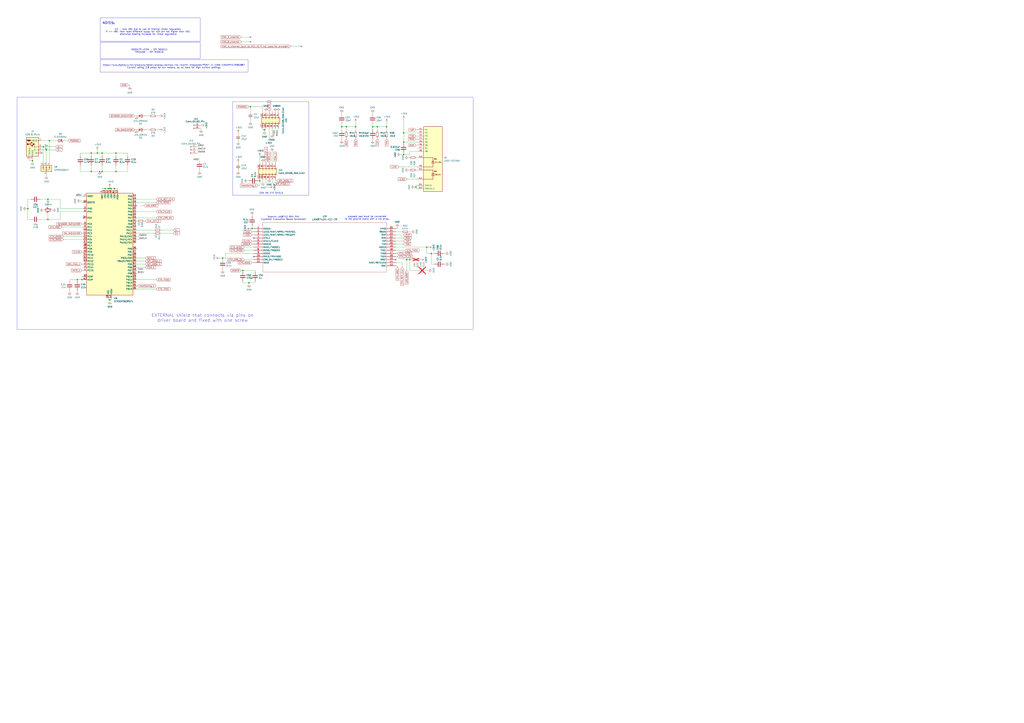
<source format=kicad_sch>
(kicad_sch (version 20231120) (generator "eeschema") (generator_version "8.0")
  (paper "A1")
  (junction (at 205.74 87.63))
  (junction (at 67.31 229.87))
  (junction (at 204.47 232.41))
  (junction (at 213.36 148.59))
  (junction (at 354.33 208.28))
  (junction (at 207.01 187.96))
  (junction (at 350.52 203.2))
  (junction (at 40.64 115.57))
  (junction (at 309.88 104.14))
  (junction (at 331.47 127))
  (junction (at 83.82 140.97))
  (junction (at 306.07 104.14))
  (junction (at 93.98 154.94))
  (junction (at 341.63 153.67))
  (junction (at 26.67 132.08))
  (junction (at 336.55 213.36))
  (junction (at 39.37 163.83))
  (junction (at 88.9 154.94))
  (junction (at 35.56 120.65))
  (junction (at 39.37 180.34))
  (junction (at 22.86 171.45))
  (junction (at 217.17 106.68))
  (junction (at 91.44 154.94))
  (junction (at 284.48 104.14))
  (junction (at 38.1 123.19))
  (junction (at 95.25 125.73))
  (junction (at 331.47 116.84))
  (junction (at 83.82 125.73))
  (junction (at 81.915 140.97))
  (junction (at 334.01 213.36))
  (junction (at 74.93 125.73))
  (junction (at 90.17 154.94))
  (junction (at 182.88 212.09))
  (junction (at 292.1 104.14))
  (junction (at 74.93 140.97))
  (junction (at 317.5 104.14))
  (junction (at 280.67 104.14))
  (junction (at 90.17 246.38))
  (junction (at 95.25 140.97))
  (junction (at 86.36 154.94))
  (junction (at 331.47 109.22))
  (junction (at 63.5 229.87))
  (junction (at 80.01 125.73))
  (junction (at 199.39 222.25))
  (no_connect (at 111.76 168.91))
  (no_connect (at 208.28 195.58))
  (no_connect (at 205.74 30.48))
  (no_connect (at 68.58 179.07))
  (no_connect (at 205.74 34.29))
  (no_connect (at 247.65 38.1))
  (no_connect (at 325.12 213.36))
  (no_connect (at 34.29 125.73))
  (no_connect (at 208.28 210.82))
  (wire (pts (xy 22.86 171.45) (xy 22.86 180.34)))
  (wire (pts (xy 226.06 147.32) (xy 226.06 148.59)))
  (wire (pts (xy 24.13 132.08) (xy 24.13 130.81)))
  (wire (pts (xy 238.76 38.1) (xy 247.65 38.1)))
  (wire (pts (xy 195.58 115.57) (xy 195.58 116.84)))
  (wire (pts (xy 130.81 106.68) (xy 128.27 106.68)))
  (wire (pts (xy 91.44 246.38) (xy 90.17 246.38)))
  (wire (pts (xy 90.17 246.38) (xy 90.17 247.65)))
  (wire (pts (xy 306.07 104.14) (xy 309.88 104.14)))
  (wire (pts (xy 68.58 222.25) (xy 67.31 222.25)))
  (wire (pts (xy 111.76 234.95) (xy 113.03 234.95)))
  (wire (pts (xy 218.44 91.44) (xy 218.44 92.71)))
  (wire (pts (xy 110.49 106.68) (xy 111.76 106.68)))
  (wire (pts (xy 306.07 101.6) (xy 306.07 104.14)))
  (wire (pts (xy 331.47 116.84) (xy 342.9 116.84)))
  (wire (pts (xy 334.01 213.36) (xy 334.01 222.25)))
  (wire (pts (xy 217.17 106.68) (xy 215.9 106.68)))
  (wire (pts (xy 132.08 189.23) (xy 142.24 189.23)))
  (wire (pts (xy 199.39 223.52) (xy 199.39 222.25)))
  (wire (pts (xy 226.06 91.44) (xy 226.06 92.71)))
  (wire (pts (xy 63.5 229.87) (xy 63.5 231.14)))
  (wire (pts (xy 95.25 135.89) (xy 95.25 140.97)))
  (wire (pts (xy 68.58 161.29) (xy 62.23 161.29)))
  (wire (pts (xy 123.19 95.25) (xy 119.38 95.25)))
  (wire (pts (xy 327.66 137.16) (xy 342.9 137.16)))
  (wire (pts (xy 93.98 154.94) (xy 93.98 156.21)))
  (wire (pts (xy 336.55 124.46) (xy 342.9 124.46)))
  (wire (pts (xy 41.91 172.72) (xy 43.18 172.72)))
  (wire (pts (xy 185.42 208.28) (xy 208.28 208.28)))
  (wire (pts (xy 207.01 215.9) (xy 208.28 215.9)))
  (wire (pts (xy 330.2 219.71) (xy 330.2 215.9)))
  (wire (pts (xy 356.87 217.17) (xy 354.33 217.17)))
  (wire (pts (xy 217.17 106.68) (xy 218.44 106.68)))
  (wire (pts (xy 38.1 143.51) (xy 38.1 144.78)))
  (wire (pts (xy 228.6 91.44) (xy 228.6 92.71)))
  (wire (pts (xy 325.12 195.58) (xy 331.47 195.58)))
  (wire (pts (xy 111.76 181.61) (xy 113.03 181.61)))
  (wire (pts (xy 309.88 104.14) (xy 309.88 107.95)))
  (wire (pts (xy 334.01 147.32) (xy 342.9 147.32)))
  (wire (pts (xy 57.15 238.76) (xy 57.15 240.03)))
  (wire (pts (xy 335.28 190.5) (xy 337.82 190.5)))
  (wire (pts (xy 341.63 154.94) (xy 341.63 153.67)))
  (wire (pts (xy 325.12 218.44) (xy 326.39 218.44)))
  (wire (pts (xy 161.29 123.19) (xy 162.56 123.19)))
  (wire (pts (xy 90.17 154.94) (xy 88.9 154.94)))
  (wire (pts (xy 38.1 123.19) (xy 38.1 133.35)))
  (wire (pts (xy 280.67 92.71) (xy 280.67 93.98)))
  (wire (pts (xy 218.44 105.41) (xy 218.44 106.68)))
  (wire (pts (xy 336.55 127) (xy 331.47 127)))
  (wire (pts (xy 163.83 102.87) (xy 165.1 102.87)))
  (wire (pts (xy 223.52 124.46) (xy 223.52 134.62)))
  (wire (pts (xy 341.63 119.38) (xy 342.9 119.38)))
  (wire (pts (xy 280.67 104.14) (xy 284.48 104.14)))
  (wire (pts (xy 215.9 87.63) (xy 215.9 92.71)))
  (wire (pts (xy 215.9 147.32) (xy 215.9 149.86)))
  (wire (pts (xy 226.06 106.68) (xy 226.06 105.41)))
  (wire (pts (xy 200.66 205.74) (xy 208.28 205.74)))
  (wire (pts (xy 111.76 214.63) (xy 119.38 214.63)))
  (wire (pts (xy 88.9 154.94) (xy 86.36 154.94)))
  (wire (pts (xy 213.36 152.4) (xy 213.36 148.59)))
  (wire (pts (xy 325.12 210.82) (xy 326.39 210.82)))
  (wire (pts (xy 86.36 154.94) (xy 83.82 154.94)))
  (wire (pts (xy 335.28 129.54) (xy 336.55 129.54)))
  (wire (pts (xy 111.76 179.07) (xy 128.27 179.07)))
  (wire (pts (xy 228.6 106.68) (xy 228.6 105.41)))
  (wire (pts (xy 53.34 115.57) (xy 55.88 115.57)))
  (wire (pts (xy 212.09 148.59) (xy 213.36 148.59)))
  (wire (pts (xy 209.55 231.14) (xy 209.55 232.41)))
  (wire (pts (xy 220.98 134.62) (xy 220.98 133.35)))
  (wire (pts (xy 57.15 231.14) (xy 57.15 229.87)))
  (wire (pts (xy 111.76 166.37) (xy 128.27 166.37)))
  (wire (pts (xy 341.63 106.68) (xy 342.9 106.68)))
  (wire (pts (xy 280.67 114.3) (xy 280.67 115.57)))
  (wire (pts (xy 63.5 238.76) (xy 63.5 240.03)))
  (wire (pts (xy 111.76 194.31) (xy 114.3 194.31)))
  (wire (pts (xy 325.12 205.74) (xy 332.74 205.74)))
  (wire (pts (xy 163.83 139.7) (xy 163.83 140.97)))
  (wire (pts (xy 39.37 175.26) (xy 39.37 180.34)))
  (wire (pts (xy 34.29 115.57) (xy 40.64 115.57)))
  (wire (pts (xy 96.52 154.94) (xy 96.52 156.21)))
  (wire (pts (xy 33.02 163.83) (xy 39.37 163.83)))
  (wire (pts (xy 91.44 154.94) (xy 91.44 156.21)))
  (wire (pts (xy 22.86 163.83) (xy 25.4 163.83)))
  (wire (pts (xy 161.29 125.73) (xy 162.56 125.73)))
  (wire (pts (xy 341.63 111.76) (xy 342.9 111.76)))
  (wire (pts (xy 205.74 97.79) (xy 205.74 100.33)))
  (wire (pts (xy 49.53 173.99) (xy 68.58 173.99)))
  (wire (pts (xy 104.775 125.73) (xy 104.775 128.27)))
  (wire (pts (xy 50.8 186.69) (xy 68.58 186.69)))
  (wire (pts (xy 215.9 106.68) (xy 215.9 105.41)))
  (wire (pts (xy 364.49 217.17) (xy 365.76 217.17)))
  (wire (pts (xy 26.67 132.08) (xy 26.67 133.35)))
  (wire (pts (xy 67.31 166.37) (xy 68.58 166.37)))
  (wire (pts (xy 66.04 128.27) (xy 66.04 125.73)))
  (wire (pts (xy 209.55 222.25) (xy 199.39 222.25)))
  (wire (pts (xy 22.86 163.83) (xy 22.86 171.45)))
  (wire (pts (xy 204.47 87.63) (xy 205.74 87.63)))
  (wire (pts (xy 330.2 215.9) (xy 325.12 215.9)))
  (wire (pts (xy 26.67 132.08) (xy 24.13 132.08)))
  (wire (pts (xy 207.01 200.66) (xy 208.28 200.66)))
  (wire (pts (xy 204.47 232.41) (xy 199.39 232.41)))
  (wire (pts (xy 223.52 151.13) (xy 223.52 147.32)))
  (wire (pts (xy 204.47 233.68) (xy 204.47 232.41)))
  (wire (pts (xy 326.39 219.71) (xy 326.39 218.44)))
  (wire (pts (xy 325.12 187.96) (xy 326.39 187.96)))
  (wire (pts (xy 111.76 219.71) (xy 119.38 219.71)))
  (wire (pts (xy 132.08 191.77) (xy 142.24 191.77)))
  (wire (pts (xy 356.87 208.28) (xy 354.33 208.28)))
  (wire (pts (xy 111.76 196.85) (xy 114.3 196.85)))
  (wire (pts (xy 331.47 116.84) (xy 331.47 118.11)))
  (wire (pts (xy 91.44 245.11) (xy 91.44 246.38)))
  (wire (pts (xy 226.06 148.59) (xy 227.33 148.59)))
  (wire (pts (xy 22.86 171.45) (xy 21.59 171.45)))
  (wire (pts (xy 185.42 212.09) (xy 185.42 208.28)))
  (wire (pts (xy 88.9 245.11) (xy 88.9 246.38)))
  (wire (pts (xy 90.17 153.67) (xy 90.17 154.94)))
  (wire (pts (xy 67.31 227.33) (xy 67.31 229.87)))
  (wire (pts (xy 182.88 220.98) (xy 182.88 222.25)))
  (wire (pts (xy 199.39 222.25) (xy 198.12 222.25)))
  (wire (pts (xy 106.68 69.85) (xy 105.41 69.85)))
  (wire (pts (xy 203.2 148.59) (xy 204.47 148.59)))
  (wire (pts (xy 93.98 154.94) (xy 96.52 154.94)))
  (wire (pts (xy 49.53 171.45) (xy 68.58 171.45)))
  (wire (pts (xy 66.04 135.89) (xy 66.04 140.97)))
  (wire (pts (xy 83.82 125.73) (xy 95.25 125.73)))
  (wire (pts (xy 207.01 193.04) (xy 208.28 193.04)))
  (wire (pts (xy 104.775 135.89) (xy 104.775 140.97)))
  (wire (pts (xy 328.93 127) (xy 331.47 127)))
  (wire (pts (xy 341.63 139.7) (xy 342.9 139.7)))
  (wire (pts (xy 217.17 107.95) (xy 217.17 106.68)))
  (wire (pts (xy 334.01 213.36) (xy 336.55 213.36)))
  (wire (pts (xy 195.58 133.35) (xy 195.58 134.62)))
  (wire (pts (xy 317.5 100.33) (xy 317.5 104.14)))
  (wire (pts (xy 207.01 185.42) (xy 207.01 187.96)))
  (wire (pts (xy 180.34 212.09) (xy 182.88 212.09)))
  (wire (pts (xy 280.67 106.68) (xy 280.67 104.14)))
  (wire (pts (xy 68.58 227.33) (xy 67.31 227.33)))
  (wire (pts (xy 342.9 154.94) (xy 341.63 154.94)))
  (wire (pts (xy 35.56 172.72) (xy 36.83 172.72)))
  (wire (pts (xy 336.55 222.25) (xy 336.55 213.36)))
  (wire (pts (xy 341.63 114.3) (xy 342.9 114.3)))
  (wire (pts (xy 220.98 153.67) (xy 218.44 153.67)))
  (wire (pts (xy 350.52 222.25) (xy 351.79 222.25)))
  (wire (pts (xy 111.76 189.23) (xy 127 189.23)))
  (wire (pts (xy 83.82 125.73) (xy 83.82 128.27)))
  (wire (pts (xy 49.53 180.34) (xy 49.53 173.99)))
  (wire (pts (xy 330.2 213.36) (xy 334.01 213.36)))
  (wire (pts (xy 67.31 207.01) (xy 68.58 207.01)))
  (wire (pts (xy 317.5 113.03) (xy 317.5 114.3)))
  (wire (pts (xy 350.52 208.28) (xy 350.52 203.2)))
  (wire (pts (xy 198.12 30.48) (xy 205.74 30.48)))
  (wire (pts (xy 200.66 203.2) (xy 208.28 203.2)))
  (wire (pts (xy 106.68 71.12) (xy 106.68 69.85)))
  (wire (pts (xy 66.04 140.97) (xy 74.93 140.97)))
  (wire (pts (xy 309.88 113.03) (xy 309.88 114.3)))
  (wire (pts (xy 111.76 212.09) (xy 119.38 212.09)))
  (wire (pts (xy 91.44 154.94) (xy 93.98 154.94)))
  (wire (pts (xy 80.01 123.19) (xy 80.01 125.73)))
  (wire (pts (xy 325.12 193.04) (xy 331.47 193.04)))
  (wire (pts (xy 39.37 170.18) (xy 39.37 163.83)))
  (wire (pts (xy 195.58 139.7) (xy 195.58 140.97)))
  (wire (pts (xy 26.67 130.81) (xy 26.67 132.08)))
  (wire (pts (xy 341.63 129.54) (xy 342.9 129.54)))
  (wire (pts (xy 207.01 190.5) (xy 208.28 190.5)))
  (wire (pts (xy 68.58 217.17) (xy 67.31 217.17)))
  (wire (pts (xy 284.48 113.03) (xy 284.48 114.3)))
  (wire (pts (xy 325.12 200.66) (xy 331.47 200.66)))
  (wire (pts (xy 95.25 140.97) (xy 104.775 140.97)))
  (wire (pts (xy 336.55 213.36) (xy 339.09 213.36)))
  (wire (pts (xy 110.49 95.25) (xy 111.76 95.25)))
  (wire (pts (xy 331.47 109.22) (xy 342.9 109.22)))
  (wire (pts (xy 280.67 101.6) (xy 280.67 104.14)))
  (wire (pts (xy 130.81 95.25) (xy 128.27 95.25)))
  (wire (pts (xy 224.79 151.13) (xy 223.52 151.13)))
  (wire (pts (xy 336.55 124.46) (xy 336.55 127)))
  (wire (pts (xy 342.9 222.25) (xy 336.55 222.25)))
  (wire (pts (xy 38.1 123.19) (xy 45.72 123.19)))
  (wire (pts (xy 365.76 208.28) (xy 364.49 208.28)))
  (wire (pts (xy 213.36 128.27) (xy 213.36 134.62)))
  (wire (pts (xy 209.55 223.52) (xy 209.55 222.25)))
  (wire (pts (xy 115.57 168.91) (xy 118.11 168.91)))
  (wire (pts (xy 83.82 140.97) (xy 81.915 140.97)))
  (wire (pts (xy 95.25 125.73) (xy 95.25 128.27)))
  (wire (pts (xy 331.47 125.73) (xy 331.47 127)))
  (wire (pts (xy 67.31 191.77) (xy 68.58 191.77)))
  (wire (pts (xy 325.12 208.28) (xy 326.39 208.28)))
  (wire (pts (xy 118.11 181.61) (xy 119.38 181.61)))
  (wire (pts (xy 292.1 104.14) (xy 292.1 100.33)))
  (wire (pts (xy 111.76 224.79) (xy 113.03 224.79)))
  (wire (pts (xy 34.29 120.65) (xy 35.56 120.65)))
  (wire (pts (xy 317.5 104.14) (xy 317.5 107.95)))
  (wire (pts (xy 35.56 120.65) (xy 45.72 120.65)))
  (wire (pts (xy 306.07 106.68) (xy 306.07 104.14)))
  (wire (pts (xy 340.36 153.67) (xy 341.63 153.67)))
  (wire (pts (xy 57.15 229.87) (xy 63.5 229.87)))
  (wire (pts (xy 165.1 105.41) (xy 163.83 105.41)))
  (wire (pts (xy 111.76 163.83) (xy 128.27 163.83)))
  (wire (pts (xy 207.01 198.12) (xy 208.28 198.12)))
  (wire (pts (xy 39.37 180.34) (xy 33.02 180.34)))
  (wire (pts (xy 199.39 232.41) (xy 199.39 231.14)))
  (wire (pts (xy 223.52 105.41) (xy 223.52 110.49)))
  (wire (pts (xy 123.19 106.68) (xy 119.38 106.68)))
  (wire (pts (xy 111.76 204.47) (xy 113.03 204.47)))
  (wire (pts (xy 111.76 173.99) (xy 128.27 173.99)))
  (wire (pts (xy 207.01 187.96) (xy 208.28 187.96)))
  (wire (pts (xy 63.5 229.87) (xy 67.31 229.87)))
  (wire (pts (xy 83.82 135.89) (xy 83.82 140.97)))
  (wire (pts (xy 83.82 154.94) (xy 83.82 156.21)))
  (wire (pts (xy 213.36 148.59) (xy 213.36 147.32)))
  (wire (pts (xy 83.82 140.97) (xy 95.25 140.97)))
  (wire (pts (xy 90.17 154.94) (xy 91.44 154.94)))
  (wire (pts (xy 80.01 125.73) (xy 83.82 125.73)))
  (wire (pts (xy 292.1 104.14) (xy 292.1 107.95)))
  (wire (pts (xy 223.52 91.44) (xy 223.52 92.71)))
  (wire (pts (xy 218.44 134.62) (xy 218.44 133.35)))
  (wire (pts (xy 226.06 134.62) (xy 226.06 133.35)))
  (wire (pts (xy 354.33 208.28) (xy 350.52 208.28)))
  (wire (pts (xy 74.93 125.73) (xy 80.01 125.73)))
  (wire (pts (xy 74.93 135.89) (xy 74.93 140.97)))
  (wire (pts (xy 39.37 163.83) (xy 49.53 163.83)))
  (wire (pts (xy 40.64 115.57) (xy 45.72 115.57)))
  (wire (pts (xy 67.31 165.1) (xy 67.31 166.37)))
  (wire (pts (xy 212.09 152.4) (xy 213.36 152.4)))
  (wire (pts (xy 331.47 97.79) (xy 331.47 109.22)))
  (wire (pts (xy 182.88 212.09) (xy 185.42 212.09)))
  (wire (pts (xy 344.17 213.36) (xy 345.44 213.36)))
  (wire (pts (xy 335.28 139.7) (xy 336.55 139.7)))
  (wire (pts (xy 309.88 104.14) (xy 317.5 104.14)))
  (wire (pts (xy 341.63 152.4) (xy 341.63 153.67)))
  (wire (pts (xy 111.76 217.17) (xy 119.38 217.17)))
  (wire (pts (xy 67.31 184.15) (xy 68.58 184.15)))
  (wire (pts (xy 198.12 34.29) (xy 205.74 34.29)))
  (wire (pts (xy 331.47 109.22) (xy 331.47 116.84)))
  (wire (pts (xy 284.48 104.14) (xy 292.1 104.14)))
  (wire (pts (xy 306.07 114.3) (xy 306.07 115.57)))
  (wire (pts (xy 220.98 91.44) (xy 220.98 92.71)))
  (wire (pts (xy 111.76 237.49) (xy 128.27 237.49)))
  (wire (pts (xy 34.29 123.19) (xy 38.1 123.19)))
  (wire (pts (xy 182.88 212.09) (xy 182.88 213.36)))
  (wire (pts (xy 306.07 92.71) (xy 306.07 93.98)))
  (wire (pts (xy 74.93 125.73) (xy 74.93 128.27)))
  (wire (pts (xy 200.66 213.36) (xy 208.28 213.36)))
  (wire (pts (xy 40.64 133.35) (xy 40.64 115.57)))
  (wire (pts (xy 49.53 163.83) (xy 49.53 171.45)))
  (wire (pts (xy 195.58 109.22) (xy 195.58 110.49)))
  (wire (pts (xy 68.58 194.31) (xy 52.07 194.31)))
  (wire (pts (xy 88.9 246.38) (xy 90.17 246.38)))
  (wire (pts (xy 215.9 133.35) (xy 215.9 134.62)))
  (wire (pts (xy 292.1 113.03) (xy 292.1 114.3)))
  (wire (pts (xy 86.36 154.94) (xy 86.36 156.21)))
  (wire (pts (xy 88.9 154.94) (xy 88.9 156.21)))
  (wire (pts (xy 354.33 217.17) (xy 354.33 208.28)))
  (wire (pts (xy 284.48 104.14) (xy 284.48 107.95)))
  (wire (pts (xy 95.25 125.73) (xy 104.775 125.73)))
  (wire (pts (xy 342.9 152.4) (xy 341.63 152.4)))
  (wire (pts (xy 111.76 222.25) (xy 113.03 222.25)))
  (wire (pts (xy 325.12 203.2) (xy 350.52 203.2)))
  (wire (pts (xy 68.58 196.85) (xy 52.07 196.85)))
  (wire (pts (xy 350.52 203.2) (xy 351.79 203.2)))
  (wire (pts (xy 35.56 120.65) (xy 35.56 133.35)))
  (wire (pts (xy 325.12 198.12) (xy 331.47 198.12)))
  (wire (pts (xy 205.74 87.63) (xy 205.74 92.71)))
  (wire (pts (xy 66.04 125.73) (xy 74.93 125.73)))
  (wire (pts (xy 326.39 187.96) (xy 326.39 186.69)))
  (wire (pts (xy 205.74 87.63) (xy 215.9 87.63)))
  (wire (pts (xy 165.1 106.68) (xy 165.1 105.41)))
  (wire (pts (xy 111.76 191.77) (xy 127 191.77)))
  (wire (pts (xy 325.12 190.5) (xy 330.2 190.5)))
  (wire (pts (xy 74.93 140.97) (xy 81.915 140.97)))
  (wire (pts (xy 161.29 120.65) (xy 162.56 120.65)))
  (wire (pts (xy 22.86 180.34) (xy 25.4 180.34)))
  (wire (pts (xy 220.98 105.41) (xy 220.98 113.03)))
  (wire (pts (xy 66.04 165.1) (xy 67.31 165.1)))
  (wire (pts (xy 207.01 176.53) (xy 207.01 177.8)))
  (wire (pts (xy 218.44 153.67) (xy 218.44 147.32)))
  (wire (pts (xy 204.47 232.41) (xy 209.55 232.41)))
  (wire (pts (xy 67.31 229.87) (xy 68.58 229.87)))
  (wire (pts (xy 39.37 180.34) (xy 49.53 180.34)))
  (wire (pts (xy 205.74 187.96) (xy 207.01 187.96)))
  (wire (pts (xy 111.76 229.87) (xy 128.27 229.87)))
  (rectangle (start 82.296 34.798) (end 164.338 48.26))
  (rectangle (start 82.296 49.022) (end 203.708 59.182))
  (rectangle (start 13.97 80.01) (end 388.62 270.764))
  (rectangle (start 191.008 83.566) (end 253.492 160.528))
  (rectangle (start 82.296 14.732) (end 164.338 34.036))
  (text "AS5047P-ATSM - SPI MODE:1;\nTMC5160 - SPI MODE:3;" (at 122.682 41.91 0) (effects (font (size 1.27 1.27))))
  (text "exposed pad must be connected\nto the ground plane with a via array." (at 301.498 179.07 0) (effects (font (size 1.27 1.27))))
  (text "CON ON ETH SHIELD" (at 222.758 158.75 0) (effects (font (size 1.27 1.27))))
  (text "Search: LAN8742 RMII PHY\nCustomer Evaluation Board Schematic" (at 232.918 179.324 0) (effects (font (size 1.27 1.27))))
  (text "EXTERNAL shield that connects via pins on\ndriver board and fixed with one screw" (at 166.37 261.366 0) (effects (font (size 2.54 2.54))))
  (text "NOTES:" (at 89.154 19.05 0) (effects (font (size 1.905 1.905) (thickness 0.254) (bold yes))))
  (text "Vm - max 36V due to use of internal linear regulators,\nif >= 48V, then need different suppy for VSA pin not higher than 40V,\notherwise heating increase for linear regulators" (at 121.666 26.162 0) (effects (font (size 1.27 1.27))))
  (text "https://www.digikey.lv/en/products/detail/analog-devices-inc-maxim-integrated/PD57-2-1260-CANOPEN/9381887\nCurrent rating: 2.8 amps for our motors, so no need for high current settings" (at 142.748 54.61 0) (effects (font (size 1.27 1.27))))
  (label "TXD1" (at 226.06 106.68 270))
  (label "SWDIO" (at 162.56 125.73 0))
  (label "NRST" (at 62.23 161.29 0))
  (label "SWCLK" (at 114.3 196.85 0))
  (label "D-" (at 36.83 123.19 0))
  (label "RXD1" (at 228.6 106.68 270))
  (label "TXD1" (at 113.03 222.25 0))
  (label "RXD1" (at 113.03 224.79 0))
  (label "SWCLK" (at 162.56 123.19 0))
  (label "D+" (at 36.83 120.65 0))
  (label "SWDIO" (at 114.3 194.31 0))
  (label "NRST" (at 163.83 132.08 180))
  (label "NRST" (at 162.56 120.65 0))
  (global_label "ETH_REF_CLK" (shape input) (at 128.27 163.83 0) (property "Intersheetrefs" "${INTERSHEET_REFS}" (effects (hide yes))))
  (global_label "ON_INDICATOR" (shape input) (at 67.31 191.77 180) (property "Intersheetrefs" "${INTERSHEET_REFS}" (effects (hide yes))))
  (global_label "ETH_MDC" (shape input) (at 326.39 219.71 270) (property "Intersheetrefs" "${INTERSHEET_REFS}" (effects (hide yes))))
  (global_label "TXP" (shape input) (at 309.88 114.3 270) (property "Intersheetrefs" "${INTERSHEET_REFS}" (effects (hide yes))))
  (global_label "LED1" (shape input) (at 327.66 137.16 180) (property "Intersheetrefs" "${INTERSHEET_REFS}" (effects (hide yes))))
  (global_label "TXN" (shape input) (at 331.47 200.66 0) (property "Intersheetrefs" "${INTERSHEET_REFS}" (effects (hide yes))))
  (global_label "TXN" (shape input) (at 341.63 111.76 180) (property "Intersheetrefs" "${INTERSHEET_REFS}" (effects (hide yes))))
  (global_label "GND" (shape input) (at 105.41 69.85 180) (property "Intersheetrefs" "${INTERSHEET_REFS}" (effects (hide yes))))
  (global_label "DRV_ENN_1" (shape input) (at 67.31 217.17 180) (property "Intersheetrefs" "${INTERSHEET_REFS}" (effects (hide yes))))
  (global_label "SPI_MOSI_1" (shape input) (at 119.38 217.17 0) (property "Intersheetrefs" "${INTERSHEET_REFS}" (effects (hide yes))))
  (global_label "INTR_1" (shape input) (at 67.31 222.25 180) (property "Intersheetrefs" "${INTERSHEET_REFS}" (effects (hide yes))))
  (global_label "CSN_1" (shape input) (at 119.38 219.71 0) (property "Intersheetrefs" "${INTERSHEET_REFS}" (effects (hide yes))))
  (global_label "ETH_TXD0" (shape input) (at 128.27 229.87 0) (property "Intersheetrefs" "${INTERSHEET_REFS}" (effects (hide yes))))
  (global_label "D-" (shape input) (at 45.72 123.19 0) (property "Intersheetrefs" "${INTERSHEET_REFS}" (effects (hide yes))))
  (global_label "ETH_TXD1" (shape input) (at 332.74 205.74 0) (property "Intersheetrefs" "${INTERSHEET_REFS}" (effects (hide yes))))
  (global_label "SCK_1" (shape input) (at 220.98 133.35 90) (property "Intersheetrefs" "${INTERSHEET_REFS}" (effects (hide yes))))
  (global_label "INTR_1" (shape input) (at 220.98 91.44 90) (property "Intersheetrefs" "${INTERSHEET_REFS}" (effects (hide yes))))
  (global_label "ETH_CRS_DV" (shape input) (at 128.27 179.07 0) (property "Intersheetrefs" "${INTERSHEET_REFS}" (effects (hide yes))))
  (global_label "ETH_MDIO" (shape input) (at 128.27 166.37 0) (property "Intersheetrefs" "${INTERSHEET_REFS}" (effects (hide yes))))
  (global_label "SPI_MOSI_1" (shape input) (at 227.33 148.59 0) (property "Intersheetrefs" "${INTERSHEET_REFS}" (effects (hide yes))))
  (global_label "D+" (shape input) (at 142.24 191.77 0) (property "Intersheetrefs" "${INTERSHEET_REFS}" (effects (hide yes))))
  (global_label "ETH_TXD1" (shape input) (at 128.27 237.49 0) (property "Intersheetrefs" "${INTERSHEET_REFS}" (effects (hide yes))))
  (global_label "VDDCR" (shape input) (at 198.12 222.25 180) (property "Intersheetrefs" "${INTERSHEET_REFS}" (effects (hide yes))))
  (global_label "ENC_N_channel_(pull_to_VCC_IO_if_not_used_for_encoder)" (shape input) (at 238.76 38.1 180) (property "Intersheetrefs" "${INTERSHEET_REFS}" (effects (hide yes))))
  (global_label "LAN_NRST" (shape input) (at 118.11 168.91 0) (property "Intersheetrefs" "${INTERSHEET_REFS}" (effects (hide yes))))
  (global_label "D+" (shape input) (at 45.72 120.65 0) (property "Intersheetrefs" "${INTERSHEET_REFS}" (effects (hide yes))))
  (global_label "SPI_MISO_1" (shape input) (at 119.38 214.63 0) (property "Intersheetrefs" "${INTERSHEET_REFS}" (effects (hide yes))))
  (global_label "CLKIN" (shape input) (at 207.01 198.12 180) (property "Intersheetrefs" "${INTERSHEET_REFS}" (effects (hide yes))))
  (global_label "ETH_TX_EN" (shape input) (at 128.27 173.99 0) (property "Intersheetrefs" "${INTERSHEET_REFS}" (effects (hide yes))))
  (global_label "monitoring_1" (shape input) (at 113.03 234.95 0) (property "Intersheetrefs" "${INTERSHEET_REFS}" (effects (hide yes))))
  (global_label "TXN" (shape input) (at 317.5 114.3 270) (property "Intersheetrefs" "${INTERSHEET_REFS}" (effects (hide yes))))
  (global_label "ENC_A_channel" (shape input) (at 198.12 30.48 180) (property "Intersheetrefs" "${INTERSHEET_REFS}" (effects (hide yes))))
  (global_label "TXP" (shape input) (at 331.47 198.12 0) (property "Intersheetrefs" "${INTERSHEET_REFS}" (effects (hide yes))))
  (global_label "RXP" (shape input) (at 341.63 119.38 180) (property "Intersheetrefs" "${INTERSHEET_REFS}" (effects (hide yes))))
  (global_label "ETH_MDIO" (shape input) (at 207.01 215.9 180) (property "Intersheetrefs" "${INTERSHEET_REFS}" (effects (hide yes))))
  (global_label "SENSOR_INDICATOR" (shape input) (at 67.31 184.15 180) (property "Intersheetrefs" "${INTERSHEET_REFS}" (effects (hide yes))))
  (global_label "LED1" (shape input) (at 207.01 193.04 180) (property "Intersheetrefs" "${INTERSHEET_REFS}" (effects (hide yes))))
  (global_label "ETH_TXD0" (shape input) (at 326.39 208.28 0) (property "Intersheetrefs" "${INTERSHEET_REFS}" (effects (hide yes))))
  (global_label "ETH_MDC" (shape input) (at 50.8 186.69 180) (property "Intersheetrefs" "${INTERSHEET_REFS}" (effects (hide yes))))
  (global_label "RXN" (shape input) (at 341.63 114.3 180) (property "Intersheetrefs" "${INTERSHEET_REFS}" (effects (hide yes))))
  (global_label "ETH_CRS_DV" (shape input) (at 200.66 213.36 180) (property "Intersheetrefs" "${INTERSHEET_REFS}" (effects (hide yes))))
  (global_label "SENSOR_INDICATOR" (shape input) (at 110.49 95.25 180) (property "Intersheetrefs" "${INTERSHEET_REFS}" (effects (hide yes))))
  (global_label "ETH_RXD1" (shape input) (at 200.66 203.2 180) (property "Intersheetrefs" "${INTERSHEET_REFS}" (effects (hide yes))))
  (global_label "CLKIN" (shape input) (at 67.31 207.01 180) (property "Intersheetrefs" "${INTERSHEET_REFS}" (effects (hide yes))))
  (global_label "CLK_EXT_1" (shape input) (at 119.38 181.61 0) (property "Intersheetrefs" "${INTERSHEET_REFS}" (effects (hide yes))))
  (global_label "ETH_RXD0" (shape input) (at 200.66 205.74 180) (property "Intersheetrefs" "${INTERSHEET_REFS}" (effects (hide yes))))
  (global_label "ENC_B_channel" (shape input) (at 198.12 34.29 180) (property "Intersheetrefs" "${INTERSHEET_REFS}" (effects (hide yes))))
  (global_label "PGOOD1" (shape input) (at 55.88 115.57 0) (property "Intersheetrefs" "${INTERSHEET_REFS}" (effects (hide yes))))
  (global_label "RXN" (shape input) (at 292.1 114.3 270) (property "Intersheetrefs" "${INTERSHEET_REFS}" (effects (hide yes))))
  (global_label "LAN_NRST" (shape input) (at 334.01 222.25 270) (property "Intersheetrefs" "${INTERSHEET_REFS}" (effects (hide yes))))
  (global_label "monitoring_1" (shape input) (at 212.09 152.4 180) (property "Intersheetrefs" "${INTERSHEET_REFS}" (effects (hide yes))))
  (global_label "RXN" (shape input) (at 331.47 195.58 0) (property "Intersheetrefs" "${INTERSHEET_REFS}" (effects (hide yes))))
  (global_label "LED2" (shape input) (at 334.01 147.32 180) (property "Intersheetrefs" "${INTERSHEET_REFS}" (effects (hide yes))))
  (global_label "CSN_1" (shape input) (at 226.06 133.35 90) (property "Intersheetrefs" "${INTERSHEET_REFS}" (effects (hide yes))))
  (global_label "RXP" (shape input) (at 331.47 193.04 0) (property "Intersheetrefs" "${INTERSHEET_REFS}" (effects (hide yes))))
  (global_label "LED2" (shape input) (at 207.01 190.5 180) (property "Intersheetrefs" "${INTERSHEET_REFS}" (effects (hide yes))))
  (global_label "CLK_EXT_1" (shape input) (at 218.44 133.35 90) (property "Intersheetrefs" "${INTERSHEET_REFS}" (effects (hide yes))))
  (global_label "ETH_RXD0" (shape input) (at 52.07 194.31 180) (property "Intersheetrefs" "${INTERSHEET_REFS}" (effects (hide yes))))
  (global_label "PGOOD1" (shape input) (at 204.47 87.63 180) (property "Intersheetrefs" "${INTERSHEET_REFS}" (effects (hide yes))))
  (global_label "RXP" (shape input) (at 284.48 114.3 270) (property "Intersheetrefs" "${INTERSHEET_REFS}" (effects (hide yes))))
  (global_label "SPI_MISO_1" (shape input) (at 224.79 151.13 0) (property "Intersheetrefs" "${INTERSHEET_REFS}" (effects (hide yes))))
  (global_label "TXP" (shape input) (at 341.63 106.68 180) (property "Intersheetrefs" "${INTERSHEET_REFS}" (effects (hide yes))))
  (global_label "VDDCR" (shape input) (at 207.01 200.66 180) (property "Intersheetrefs" "${INTERSHEET_REFS}" (effects (hide yes))))
  (global_label "ETH_REF_CLK" (shape input) (at 330.2 219.71 270) (property "Intersheetrefs" "${INTERSHEET_REFS}" (effects (hide yes))))
  (global_label "SCK_1" (shape input) (at 119.38 212.09 0) (property "Intersheetrefs" "${INTERSHEET_REFS}" (effects (hide yes))))
  (global_label "D-" (shape input) (at 142.24 189.23 0) (property "Intersheetrefs" "${INTERSHEET_REFS}" (effects (hide yes))))
  (global_label "ETH_RXD1" (shape input) (at 52.07 196.85 180) (property "Intersheetrefs" "${INTERSHEET_REFS}" (effects (hide yes))))
  (global_label "ON_INDICATOR" (shape input) (at 110.49 106.68 180) (property "Intersheetrefs" "${INTERSHEET_REFS}" (effects (hide yes))))
  (global_label "ETH_TX_EN" (shape input) (at 326.39 210.82 0) (property "Intersheetrefs" "${INTERSHEET_REFS}" (effects (hide yes))))
  (symbol (lib_id "power:+3V3") (at 90.17 153.67 0) (unit 1)
    (property "Reference" "#PWR047" (effects (hide yes)))
    (property "Value" "+3V3" (at 90.551 149.2758 0))
  )
  (symbol (lib_id "power:+3V3") (at 331.47 97.79 0) (unit 1)
    (property "Reference" "#PWR068" (effects (hide yes)))
    (property "Value" "+3V3" (at 331.851 93.3958 0))
  )
  (symbol (lib_id "Device:C") (at 208.28 148.59 90) (unit 1)
    (property "Reference" "C3" (at 207.1116 145.669 0) (effects (justify left)))
    (property "Value" "0.1u" (at 209.423 145.669 0) (effects (justify left)))
    (property "Footprint" "Capacitor_SMD:C_0402_1005Metric" (effects (hide yes)))
    (property "Datasheet" "https://www.digikey.lv/en/products/detail/samsung-electro-mechanics/CL10B104KO8NNNC/3886663" (effects (hide yes)))
    (property "Description" "CAP CER 0.1UF 16V X7R 0603" (effects (hide yes)))
    (property "PN" "CL10B104KO8NNNC" (effects (hide yes)))
  )
  (symbol (lib_id "power:GND") (at 35.56 172.72 270) (unit 1)
    (property "Reference" "#PWR059" (effects (hide yes)))
    (property "Value" "GND" (at 31.1658 172.847 0))
  )
  (symbol (lib_id "Device:R_Small") (at 115.57 181.61 270) (unit 1)
    (property "Reference" "R39" (at 116.84 182.88 0) (effects (justify left)))
    (property "Value" "22" (at 114.3 182.88 0) (effects (justify left)))
    (property "Footprint" "Resistor_SMD:R_0402_1005Metric" (effects (hide yes)))
    (property "Description" "Resistor, small symbol" (effects (hide yes)))
  )
  (symbol (lib_name "GND_1") (lib_id "power:GND") (at 106.68 71.12 0) (unit 1)
    (property "Reference" "#PWR041" (effects (hide yes)))
    (property "Value" "GND" (at 106.68 76.2 0))
    (property "Description" "Power symbol creates a global label with name \"GND\" , ground" (effects (hide yes)))
  )
  (symbol (lib_id "power:GND") (at 43.18 172.72 90) (unit 1)
    (property "Reference" "#PWR017" (effects (hide yes)))
    (property "Value" "GND" (at 47.5742 172.593 0))
  )
  (symbol (lib_id "power:GND") (at 203.2 148.59 270) (unit 1)
    (property "Reference" "#PWR02" (effects (hide yes)))
    (property "Value" "GND" (at 198.8058 148.717 0))
  )
  (symbol (lib_id "JXD2-0Z10NL:JXD2-0Z10NL") (at 355.6 129.54 0) (unit 1)
    (property "Reference" "J6" (at 364.49 129.5399 0) (effects (justify left)))
    (property "Value" "JXD2-0Z10NL" (at 364.49 132.0799 0) (effects (justify left)))
    (property "Footprint" "JXD2_0Z10NL:JXD2_0Z10NL" (effects (hide yes)))
    (property "PARTREV" "08/23" (effects (hide yes)))
    (property "STANDARD" "Manufacturer Recommendations" (effects (hide yes)))
    (property "MAXIMUM_PACKAGE_HEIGHT" "16.95 mm" (effects (hide yes)))
    (property "MANUFACTURER" "Pulse Electronics" (effects (hide yes)))
  )
  (symbol (lib_id "power:+3V3") (at 130.81 95.25 270) (unit 1)
    (property "Reference" "#PWR014" (effects (hide yes)))
    (property "Value" "+3V3" (at 135.2042 95.631 0))
  )
  (symbol (lib_id "power:+3V3") (at 195.58 133.35 0) (unit 1)
    (property "Reference" "#PWR0103" (effects (hide yes)))
    (property "Value" "+3V3" (at 195.961 128.9558 0))
  )
  (symbol (lib_id "Device:C") (at 63.5 234.95 0) (unit 1)
    (property "Reference" "C45" (at 66.421 233.7816 0) (effects (justify left)))
    (property "Value" "2.2u" (at 66.421 236.093 0) (effects (justify left)))
    (property "Footprint" "Capacitor_SMD:C_0402_1005Metric" (effects (hide yes)))
    (property "Datasheet" "https://www.digikey.lv/en/products/detail/samsung-electro-mechanics/CL10B104KO8NNNC/3886663" (effects (hide yes)))
    (property "Description" "CAP CER 0.1UF 16V X7R 0603" (effects (hide yes)))
    (property "PN" "CL10B104KO8NNNC" (effects (hide yes)))
  )
  (symbol (lib_id "LAN8742A_CZ_TR:LAN8742A-CZ-TR") (at 208.28 187.96 0) (unit 1)
    (property "Reference" "U9" (at 266.7 177.8 0) (effects (font (size 1.524 1.524))))
    (property "Value" "LAN8742A-CZ-TR" (at 266.7 180.34 0) (effects (font (size 1.524 1.524))))
    (property "Footprint" "LAN8742A_CZ_TR:LAN8742A_CZ_TR" (effects (hide yes)))
    (property "Datasheet" "LAN8742A-CZ-TR" (effects (hide yes)))
  )
  (symbol (lib_id "power:GND") (at 21.59 171.45 270) (unit 1)
    (property "Reference" "#PWR060" (effects (hide yes)))
    (property "Value" "GND" (at 17.1958 171.577 0))
  )
  (symbol (lib_id "Device:C") (at 306.07 110.49 180) (unit 1)
    (property "Reference" "C54" (at 303.149 111.6584 0) (effects (justify left)))
    (property "Value" "10pF" (at 303.149 109.347 0) (effects (justify left)))
    (property "Footprint" "Capacitor_SMD:C_0603_1608Metric_Pad1.08x0.95mm_HandSolder" (effects (hide yes)))
    (property "Datasheet" "https://www.digikey.lv/en/products/detail/samsung-electro-mechanics/CL10B104KO8NNNC/3886663" (effects (hide yes)))
    (property "Description" "CAP CER 0.1UF 16V X7R 0603" (effects (hide yes)))
    (property "PN" "CL10B104KO8NNNC" (effects (hide yes)))
  )
  (symbol (lib_id "power:GND") (at 335.28 139.7 270) (unit 1)
    (property "Reference" "#PWR063" (effects (hide yes)))
    (property "Value" "GND" (at 330.8858 139.827 0))
  )
  (symbol (lib_id "Device:LED") (at 115.57 106.68 0) (unit 1)
    (property "Reference" "D3" (at 115.3922 113.157 0))
    (property "Value" "LED_GREEN" (at 115.3922 110.8456 0))
    (property "Footprint" "Diode_SMD:D_0402_1005Metric" (effects (hide yes)))
    (property "Datasheet" "https://www.digikey.lv/en/products/detail/rohm-semiconductor/SML-P13PTT86R/5355782" (effects (hide yes)))
    (property "Description" "LED GREEN CLEAR 1006 SMD" (effects (hide yes)))
    (property "PN" "SML-P13PTT86R" (effects (hide yes)))
  )
  (symbol (lib_id "power:+3V3") (at 130.81 106.68 270) (unit 1)
    (property "Reference" "#PWR015" (effects (hide yes)))
    (property "Value" "+3V3" (at 135.2042 107.061 0))
  )
  (symbol (lib_id "power:GND") (at 195.58 116.84 0) (unit 1)
    (property "Reference" "#PWR0102" (effects (hide yes)))
    (property "Value" "GND" (at 195.707 121.2342 0))
  )
  (symbol (lib_id "power:GND") (at 226.06 91.44 180) (unit 1)
    (property "Reference" "#PWR088" (effects (hide yes)))
    (property "Value" "GND" (at 225.933 87.0458 0))
  )
  (symbol (lib_id "Device:C") (at 95.25 132.08 0) (unit 1)
    (property "Reference" "C1" (at 98.171 130.9116 0) (effects (justify left)))
    (property "Value" "0.1u" (at 98.171 133.223 0) (effects (justify left)))
    (property "Footprint" "Capacitor_SMD:C_0402_1005Metric" (effects (hide yes)))
    (property "Datasheet" "https://www.digikey.lv/en/products/detail/samsung-electro-mechanics/CL10B104KO8NNNC/3886663" (effects (hide yes)))
    (property "Description" "CAP CER 0.1UF 16V X7R 0603" (effects (hide yes)))
    (property "PN" "CL10B104KO8NNNC" (effects (hide yes)))
  )
  (symbol (lib_id "Device:R_Small") (at 332.74 190.5 270) (unit 1)
    (property "Reference" "R32" (at 332.74 185.5216 90))
    (property "Value" "12.1k" (at 332.74 187.833 90))
    (property "Footprint" "Resistor_SMD:R_0402_1005Metric" (effects (hide yes)))
    (property "Datasheet" "https://www.digikey.lv/en/products/detail/yageo/RC0603FR-0712K4L/726917" (effects (hide yes)))
    (property "Description" "RES 12.4K OHM 1% 1/10W 0603" (effects (hide yes)))
    (property "PN" "RC0603FR-0712K4L" (effects (hide yes)))
  )
  (symbol (lib_id "Device:C") (at 163.83 135.89 0) (unit 1)
    (property "Reference" "C4" (at 166.751 134.7216 0) (effects (justify left)))
    (property "Value" "0.1u" (at 166.751 137.033 0) (effects (justify left)))
    (property "Footprint" "Capacitor_SMD:C_0402_1005Metric" (effects (hide yes)))
    (property "Datasheet" "https://www.digikey.lv/en/products/detail/samsung-electro-mechanics/CL10B104KO8NNNC/3886663" (effects (hide yes)))
    (property "Description" "CAP CER 0.1UF 16V X7R 0603" (effects (hide yes)))
    (property "PN" "CL10B104KO8NNNC" (effects (hide yes)))
  )
  (symbol (lib_id "Device:C") (at 57.15 234.95 180) (unit 1)
    (property "Reference" "C44" (at 54.229 236.1184 0) (effects (justify left)))
    (property "Value" "2.2u" (at 54.229 233.807 0) (effects (justify left)))
    (property "Footprint" "Capacitor_SMD:C_0402_1005Metric" (effects (hide yes)))
    (property "Datasheet" "https://www.digikey.lv/en/products/detail/samsung-electro-mechanics/CL10B104KO8NNNC/3886663" (effects (hide yes)))
    (property "Description" "CAP CER 0.1UF 16V X7R 0603" (effects (hide yes)))
    (property "PN" "CL10B104KO8NNNC" (effects (hide yes)))
  )
  (symbol (lib_id "Device:D_Schottky") (at 49.53 115.57 180) (unit 1)
    (property "Reference" "D9" (at 49.53 110.0582 0))
    (property "Value" "D_Schottky" (at 49.53 112.3696 0))
    (property "Footprint" "Diode_SMD:D_MicroSMP_AK" (effects (hide yes)))
    (property "Datasheet" "https://www.digikey.lv/en/products/detail/vishay-general-semiconductor-diodes-division/MSS1P6-M3-89A/2071755" (effects (hide yes)))
    (property "Description" "DIODE SCHOTTKY 60V 1A DO219AD" (effects (hide yes)))
    (property "PN" "MSS1P6-M3/89A" (effects (hide yes)))
  )
  (symbol (lib_id "power:GND") (at 163.83 140.97 0) (unit 1)
    (property "Reference" "#PWR03" (effects (hide yes)))
    (property "Value" "GND" (at 163.957 145.3642 0))
  )
  (symbol (lib_id "power:+3V3") (at 220.98 153.67 270) (unit 1)
    (property "Reference" "#PWR0110" (effects (hide yes)))
    (property "Value" "+3V3" (at 225.3742 154.051 0))
  )
  (symbol (lib_id "power:GND") (at 204.47 233.68 0) (unit 1)
    (property "Reference" "#PWR065" (effects (hide yes)))
    (property "Value" "GND" (at 204.597 238.0742 0))
  )
  (symbol (lib_id "Device:C_Small") (at 195.58 137.16 0) (unit 1)
    (property "Reference" "C43" (at 198.12 135.8962 0) (effects (justify left)))
    (property "Value" "22uF" (at 198.12 138.4362 0) (effects (justify left)))
    (property "Footprint" "Capacitor_SMD:C_0805_2012Metric_Pad1.18x1.45mm_HandSolder" (effects (hide yes)))
    (property "Description" "Unpolarized capacitor, small symbol" (effects (hide yes)))
    (property "PN" "C2012X5R0J336M125AC" (effects (hide yes)))
  )
  (symbol (lib_id "Device:C") (at 199.39 227.33 0) (unit 1)
    (property "Reference" "C50" (at 202.311 226.1616 0) (effects (justify left)))
    (property "Value" "470p" (at 202.311 228.473 0) (effects (justify left)))
    (property "Footprint" "Capacitor_SMD:C_0402_1005Metric" (effects (hide yes)))
    (property "Datasheet" "https://www.digikey.lv/en/products/detail/samsung-electro-mechanics/CL10B104KO8NNNC/3886663" (effects (hide yes)))
    (property "Description" "CAP CER 0.1UF 16V X7R 0603" (effects (hide yes)))
    (property "PN" "CL10B104KO8NNNC" (effects (hide yes)))
  )
  (symbol (lib_id "power:GND") (at 66.04 165.1 270) (unit 1)
    (property "Reference" "#PWR058" (effects (hide yes)))
    (property "Value" "GND" (at 61.6458 165.227 0))
  )
  (symbol (lib_id "Device:R_Small") (at 339.09 129.54 270) (unit 1)
    (property "Reference" "R36" (at 340.3601 132.08 0) (effects (justify left)))
    (property "Value" "330" (at 337.8201 132.08 0) (effects (justify left)))
    (property "Footprint" "Resistor_SMD:R_0603_1608Metric" (effects (hide yes)))
    (property "Description" "Resistor, small symbol" (effects (hide yes)))
  )
  (symbol (lib_id "power:GND") (at 351.79 222.25 90) (unit 1)
    (property "Reference" "#PWR064" (effects (hide yes)))
    (property "Value" "GND" (at 356.1842 222.123 0))
  )
  (symbol (lib_id "power:GND") (at 165.1 106.68 0) (unit 1)
    (property "Reference" "#PWR096" (effects (hide yes)))
    (property "Value" "GND" (at 165.227 111.0742 0))
  )
  (symbol (lib_id "Connector_Generic:Conn_02x06_Odd_Even") (at 220.98 139.7 270) (unit 1)
    (property "Reference" "J11" (at 228.6 139.6999 90) (effects (justify left)))
    (property "Value" "Conn_02x06_Odd_Even" (at 228.6 142.2399 90) (effects (justify left)))
    (property "Footprint" "Connector_PinHeader_2.54mm:PinHeader_2x06_P2.54mm_Vertical" (effects (hide yes)))
    (property "Description" "Generic connector, double row, 02x06, odd/even pin numbering scheme (row 1 odd numbers, row 2 even numbers), script generated (kicad-library-utils/schlib/autogen/connector/)" (effects (hide yes)))
  )
  (symbol (lib_id "Device:C") (at 74.93 132.08 0) (unit 1)
    (property "Reference" "C7" (at 77.851 130.9116 0) (effects (justify left)))
    (property "Value" "0.1u" (at 77.851 133.223 0) (effects (justify left)))
    (property "Footprint" "Capacitor_SMD:C_0402_1005Metric" (effects (hide yes)))
    (property "Datasheet" "https://www.digikey.lv/en/products/detail/samsung-electro-mechanics/CL10B104KO8NNNC/3886663" (effects (hide yes)))
    (property "Description" "CAP CER 0.1UF 16V X7R 0603" (effects (hide yes)))
    (property "PN" "CL10B104KO8NNNC" (effects (hide yes)))
  )
  (symbol (lib_id "power:+3V3") (at 80.01 123.19 0) (unit 1)
    (property "Reference" "#PWR027" (effects (hide yes)))
    (property "Value" "+3V3" (at 80.391 118.7958 0))
  )
  (symbol (lib_id "Device:C") (at 280.67 97.79 0) (unit 1)
    (property "Reference" "C52" (at 283.591 96.6216 0) (effects (justify left)))
    (property "Value" "10pF" (at 283.591 98.933 0) (effects (justify left)))
    (property "Footprint" "Capacitor_SMD:C_0603_1608Metric_Pad1.08x0.95mm_HandSolder" (effects (hide yes)))
    (property "Datasheet" "https://www.digikey.lv/en/products/detail/samsung-electro-mechanics/CL10B104KO8NNNC/3886663" (effects (hide yes)))
    (property "Description" "CAP CER 0.1UF 16V X7R 0603" (effects (hide yes)))
    (property "PN" "CL10B104KO8NNNC" (effects (hide yes)))
  )
  (symbol (lib_id "Device:C") (at 209.55 227.33 0) (unit 1)
    (property "Reference" "C51" (at 212.471 226.1616 0) (effects (justify left)))
    (property "Value" "1u" (at 212.471 228.473 0) (effects (justify left)))
    (property "Footprint" "Capacitor_SMD:C_0402_1005Metric" (effects (hide yes)))
    (property "Datasheet" "https://www.digikey.lv/en/products/detail/samsung-electro-mechanics/CL10B104KO8NNNC/3886663" (effects (hide yes)))
    (property "Description" "CAP CER 0.1UF 16V X7R 0603" (effects (hide yes)))
    (property "PN" "CL10B104KO8NNNC" (effects (hide yes)))
  )
  (symbol (lib_id "power:GND") (at 205.74 100.33 0) (unit 1)
    (property "Reference" "#PWR04" (effects (hide yes)))
    (property "Value" "GND" (at 205.867 104.7242 0))
  )
  (symbol (lib_id "Device:C") (at 66.04 132.08 0) (unit 1)
    (property "Reference" "C46" (at 68.961 130.9116 0) (effects (justify left)))
    (property "Value" "4.7u" (at 68.961 133.223 0) (effects (justify left)))
    (property "Footprint" "Capacitor_SMD:C_0402_1005Metric" (effects (hide yes)))
    (property "Datasheet" "https://www.digikey.lv/en/products/detail/samsung-electro-mechanics/CL10B104KO8NNNC/3886663" (effects (hide yes)))
    (property "Description" "CAP CER 0.1UF 16V X7R 0603" (effects (hide yes)))
    (property "PN" "CL10B104KO8NNNC" (effects (hide yes)))
  )
  (symbol (lib_id "Device:C") (at 331.47 121.92 180) (unit 1)
    (property "Reference" "C55" (at 328.549 123.0884 0) (effects (justify left)))
    (property "Value" "0.022uF" (at 328.549 120.777 0) (effects (justify left)))
    (property "Footprint" "Capacitor_SMD:C_0603_1608Metric_Pad1.08x0.95mm_HandSolder" (effects (hide yes)))
    (property "Datasheet" "https://www.digikey.lv/en/products/detail/samsung-electro-mechanics/CL10B104KO8NNNC/3886663" (effects (hide yes)))
    (property "Description" "CAP CER 0.1UF 16V X7R 0603" (effects (hide yes)))
    (property "PN" "CL10B104KO8NNNC" (effects (hide yes)))
  )
  (symbol (lib_id "MCU_ST_STM32H5:STM32H563RGTx") (at 88.9 201.93 0) (unit 1)
    (property "Reference" "U6" (at 93.6341 245.11 0) (effects (justify left)))
    (property "Value" "STM32H563RGTx" (at 93.6341 247.65 0) (effects (justify left)))
    (property "Footprint" "Package_QFP:LQFP-64_10x10mm_P0.5mm" (effects (hide yes)))
    (property "Datasheet" "https://www.st.com/resource/en/datasheet/stm32h563rg.pdf" (effects (hide yes)))
    (property "Description" "STMicroelectronics Arm Cortex-M33 MCU, 1024KB flash, 640KB RAM, 250 MHz, 1.62-3.6V, 49 GPIO, LQFP64" (effects (hide yes)))
  )
  (symbol (lib_id "Connector_Generic:Conn_02x06_Odd_Even") (at 223.52 97.79 270) (unit 1)
    (property "Reference" "J10" (at 234.95 99.06 0))
    (property "Value" "Conn_02x06_Odd_Even" (at 232.41 99.06 0))
    (property "Footprint" "Connector_PinHeader_2.54mm:PinHeader_2x06_P2.54mm_Vertical" (effects (hide yes)))
    (property "Description" "Generic connector, double row, 02x06, odd/even pin numbering scheme (row 1 odd numbers, row 2 even numbers), script generated (kicad-library-utils/schlib/autogen/connector/)" (effects (hide yes)))
  )
  (symbol (lib_id "Device:R_Small") (at 339.09 139.7 270) (unit 1)
    (property "Reference" "R37" (at 340.3601 142.24 0) (effects (justify left)))
    (property "Value" "330" (at 337.8201 142.24 0) (effects (justify left)))
    (property "Footprint" "Resistor_SMD:R_0603_1608Metric" (effects (hide yes)))
    (property "Description" "Resistor, small symbol" (effects (hide yes)))
  )
  (symbol (lib_id "Device:R_Small") (at 341.63 213.36 270) (unit 1) (on_board no) (dnp yes)
    (property "Reference" "R33" (at 342.9001 215.9 0) (effects (justify left)))
    (property "Value" "10k" (at 340.3601 215.9 0) (effects (justify left)))
    (property "Footprint" "Resistor_SMD:R_0603_1608Metric" (effects (hide yes)))
    (property "Description" "Resistor, small symbol" (effects (hide yes)))
  )
  (symbol (lib_id "Device:R_Small") (at 317.5 110.49 0) (unit 1)
    (property "Reference" "R38" (at 320.04 109.2199 0) (effects (justify left)))
    (property "Value" "49.9" (at 320.04 111.7599 0) (effects (justify left)))
    (property "Footprint" "Resistor_SMD:R_0603_1608Metric" (effects (hide yes)))
    (property "Description" "Resistor, small symbol" (effects (hide yes)))
  )
  (symbol (lib_id "Device:LED") (at 115.57 95.25 0) (unit 1)
    (property "Reference" "D2" (at 115.3922 101.727 0))
    (property "Value" "LED_ORANGE" (at 115.3922 99.4156 0))
    (property "Footprint" "LED_SMD:LED_0402_1005Metric" (effects (hide yes)))
    (property "Datasheet" "https://www.digikey.lv/en/products/detail/rohm-semiconductor/SML-P11DTT86R/5253968" (effects (hide yes)))
    (property "Description" "LED ORANGE CLEAR 1006 SMD" (effects (hide yes)))
    (property "PN" "SML-P11DTT86R" (effects (hide yes)))
  )
  (symbol (lib_id "power:+3V3") (at 195.58 109.22 0) (unit 1)
    (property "Reference" "#PWR0101" (effects (hide yes)))
    (property "Value" "+3V3" (at 195.961 104.8258 0))
  )
  (symbol (lib_id "Device:C") (at 83.82 132.08 0) (unit 1)
    (property "Reference" "C37" (at 86.741 130.9116 0) (effects (justify left)))
    (property "Value" "0.1u" (at 86.741 133.223 0) (effects (justify left)))
    (property "Footprint" "Capacitor_SMD:C_0402_1005Metric" (effects (hide yes)))
    (property "Datasheet" "https://www.digikey.lv/en/products/detail/samsung-electro-mechanics/CL10B104KO8NNNC/3886663" (effects (hide yes)))
    (property "Description" "CAP CER 0.1UF 16V X7R 0603" (effects (hide yes)))
    (property "PN" "CL10B104KO8NNNC" (effects (hide yes)))
  )
  (symbol (lib_id "Device:R_Small") (at 292.1 110.49 0) (unit 1)
    (property "Reference" "R43" (at 294.64 109.2199 0) (effects (justify left)))
    (property "Value" "49.9" (at 294.64 111.7599 0) (effects (justify left)))
    (property "Footprint" "Resistor_SMD:R_0603_1608Metric" (effects (hide yes)))
    (property "Description" "Resistor, small symbol" (effects (hide yes)))
  )
  (symbol (lib_id "power:GND") (at 280.67 115.57 0) (unit 1)
    (property "Reference" "#PWR070" (effects (hide yes)))
    (property "Value" "GND" (at 280.797 119.9642 0))
  )
  (symbol (lib_id "power:+3V3") (at 351.79 203.2 270) (unit 1)
    (property "Reference" "#PWR040" (effects (hide yes)))
    (property "Value" "+3V3" (at 356.1842 203.581 0))
  )
  (symbol (lib_id "Device:R_Small") (at 309.88 110.49 0) (unit 1)
    (property "Reference" "R42" (at 312.42 109.2199 0) (effects (justify left)))
    (property "Value" "49.9" (at 312.42 111.7599 0) (effects (justify left)))
    (property "Footprint" "Resistor_SMD:R_0603_1608Metric" (effects (hide yes)))
    (property "Description" "Resistor, small symbol" (effects (hide yes)))
  )
  (symbol (lib_id "power:+3V3") (at 180.34 212.09 90) (unit 1)
    (property "Reference" "#PWR062" (effects (hide yes)))
    (property "Value" "+3V3" (at 175.9458 211.709 0))
  )
  (symbol (lib_id "power:GND") (at 337.82 190.5 90) (unit 1)
    (property "Reference" "#PWR019" (effects (hide yes)))
    (property "Value" "GND" (at 342.2142 190.373 0))
  )
  (symbol (lib_id "power:GND") (at 340.36 153.67 270) (unit 1)
    (property "Reference" "#PWR066" (effects (hide yes)))
    (property "Value" "GND" (at 335.9658 153.797 0))
  )
  (symbol (lib_id "power:+3V3") (at 292.1 100.33 0) (unit 1)
    (property "Reference" "#PWR073" (effects (hide yes)))
    (property "Value" "+3V3" (at 292.481 95.9358 0))
  )
  (symbol (lib_id "power:GND") (at 215.9 149.86 0) (unit 1)
    (property "Reference" "#PWR092" (effects (hide yes)))
    (property "Value" "GND" (at 216.027 154.2542 0))
  )
  (symbol (lib_id "power:+3V3") (at 345.44 213.36 270) (unit 1)
    (property "Reference" "#PWR020" (effects (hide yes)))
    (property "Value" "+3V3" (at 349.8342 213.741 0))
  )
  (symbol (lib_id "power:GND") (at 207.01 176.53 180) (unit 1)
    (property "Reference" "#PWR077" (effects (hide yes)))
    (property "Value" "GND" (at 206.883 172.1358 0))
  )
  (symbol (lib_id "Device:C") (at 207.01 181.61 180) (unit 1)
    (property "Reference" "C57" (at 204.089 182.7784 0) (effects (justify left)))
    (property "Value" "0.1u" (at 204.089 180.467 0) (effects (justify left)))
    (property "Footprint" "Capacitor_SMD:C_0402_1005Metric" (effects (hide yes)))
    (property "Datasheet" "https://www.digikey.lv/en/products/detail/samsung-electro-mechanics/CL10B104KO8NNNC/3886663" (effects (hide yes)))
    (property "Description" "CAP CER 0.1UF 16V X7R 0603" (effects (hide yes)))
    (property "PN" "CL10B104KO8NNNC" (effects (hide yes)))
  )
  (symbol (lib_id "power:GND") (at 220.98 147.32 0) (unit 1)
    (property "Reference" "#PWR0112" (effects (hide yes)))
    (property "Value" "GND" (at 221.107 151.7142 0))
  )
  (symbol (lib_id "power:GND") (at 218.44 91.44 180) (unit 1)
    (property "Reference" "#PWR055" (effects (hide yes)))
    (property "Value" "GND" (at 218.313 87.0458 0))
  )
  (symbol (lib_id "Device:Crystal_GND24_Small") (at 39.37 172.72 90) (unit 1)
    (property "Reference" "Y2" (at 39.37 165.862 90))
    (property "Value" "25Mhz" (at 39.624 168.148 90))
    (property "Footprint" "Crystal:Crystal_SMD_2016-4Pin_2.0x1.6mm" (effects (hide yes)))
    (property "Datasheet" "https://www.digikey.com/en/products/detail/ndk-nihon-dempa-kogyo-co-ltd/STDCZS1-25M/5022984" (effects (hide yes)))
    (property "Description" "CRYSTAL 25.0000MHZ 8PF SMD" (effects (hide yes)))
    (property "PN" "STDCZS1-25M" (effects (hide yes)))
  )
  (symbol (lib_id "Connector:Conn_01x02_Pin") (at 158.75 102.87 0) (unit 1)
    (property "Reference" "J12" (at 160.782 97.79 0))
    (property "Value" "Conn_01x02_Pin" (at 160.274 99.822 0))
    (property "Footprint" "Connector_PinHeader_1.27mm:PinHeader_1x02_P1.27mm_Vertical" (effects (hide yes)))
    (property "Description" "Generic connector, single row, 01x02, script generated" (effects (hide yes)))
  )
  (symbol (lib_id "Device:C") (at 29.21 180.34 90) (unit 1)
    (property "Reference" "C48" (at 29.21 186.7408 90))
    (property "Value" "15p" (at 29.21 184.4294 90))
    (property "Footprint" "Capacitor_SMD:C_0603_1608Metric" (effects (hide yes)))
    (property "Datasheet" "https://www.digikey.com/en/products/detail/murata-electronics/GRM1885C1H150JA01D/586934" (effects (hide yes)))
    (property "Description" "CAP CER 15PF 50V C0G/NP0 0603" (effects (hide yes)))
    (property "PN" "GRM1885C1H150JA01D" (effects (hide yes)))
  )
  (symbol (lib_id "power:GND") (at 306.07 92.71 180) (unit 1)
    (property "Reference" "#PWR076" (effects (hide yes)))
    (property "Value" "GND" (at 305.943 88.3158 0))
  )
  (symbol (lib_id "power:+3V3") (at 220.98 113.03 180) (unit 1)
    (property "Reference" "#PWR099" (effects (hide yes)))
    (property "Value" "+3V3" (at 220.599 117.4242 0))
  )
  (symbol (lib_id "Power_Protection:SP0503BAHT") (at 38.1 138.43 0) (unit 1)
    (property "Reference" "D8" (at 44.45 137.1599 0) (effects (justify left)))
    (property "Value" "SP0503BAHT" (at 44.45 139.6999 0) (effects (justify left)))
    (property "Footprint" "Package_TO_SOT_SMD:SOT-143" (effects (hide yes)))
    (property "Datasheet" "http://www.littelfuse.com/~/media/files/littelfuse/technical%20resources/documents/data%20sheets/sp05xxba.pdf" (effects (hide yes)))
    (property "Description" "TVS Diode Array, 5.5V Standoff, 3 Channels, SOT-143 package" (effects (hide yes)))
  )
  (symbol (lib_id "Connector:Conn_01x03_Pin") (at 156.21 123.19 0) (unit 1)
    (property "Reference" "J13" (at 156.845 115.57 0))
    (property "Value" "Conn_01x03_Pin" (at 156.845 118.11 0))
    (property "Footprint" "Connector_PinHeader_1.27mm:PinHeader_1x03_P1.27mm_Vertical" (effects (hide yes)))
    (property "Description" "Generic connector, single row, 01x03, script generated" (effects (hide yes)))
  )
  (symbol (lib_id "Device:C") (at 360.68 217.17 90) (unit 1)
    (property "Reference" "C2" (at 359.5116 214.249 0) (effects (justify left)))
    (property "Value" "0.1u" (at 361.823 214.249 0) (effects (justify left)))
    (property "Footprint" "Capacitor_SMD:C_0402_1005Metric" (effects (hide yes)))
    (property "Datasheet" "https://www.digikey.lv/en/products/detail/samsung-electro-mechanics/CL10B104KO8NNNC/3886663" (effects (hide yes)))
    (property "Description" "CAP CER 0.1UF 16V X7R 0603" (effects (hide yes)))
    (property "PN" "CL10B104KO8NNNC" (effects (hide yes)))
  )
  (symbol (lib_id "power:+3V3") (at 165.1 102.87 270) (unit 1)
    (property "Reference" "#PWR093" (effects (hide yes)))
    (property "Value" "+3V3" (at 169.4942 103.251 0))
  )
  (symbol (lib_id "power:+3V3") (at 317.5 100.33 0) (unit 1)
    (property "Reference" "#PWR071" (effects (hide yes)))
    (property "Value" "+3V3" (at 317.881 95.9358 0))
  )
  (symbol (lib_id "power:GND") (at 38.1 144.78 0) (unit 1)
    (property "Reference" "#PWR056" (effects (hide yes)))
    (property "Value" "GND" (at 38.227 149.1742 0))
  )
  (symbol (lib_id "Device:C") (at 306.07 97.79 0) (unit 1)
    (property "Reference" "C56" (at 308.991 96.6216 0) (effects (justify left)))
    (property "Value" "10pF" (at 308.991 98.933 0) (effects (justify left)))
    (property "Footprint" "Capacitor_SMD:C_0603_1608Metric_Pad1.08x0.95mm_HandSolder" (effects (hide yes)))
    (property "Datasheet" "https://www.digikey.lv/en/products/detail/samsung-electro-mechanics/CL10B104KO8NNNC/3886663" (effects (hide yes)))
    (property "Description" "CAP CER 0.1UF 16V X7R 0603" (effects (hide yes)))
    (property "PN" "CL10B104KO8NNNC" (effects (hide yes)))
  )
  (symbol (lib_id "power:GND") (at 195.58 140.97 0) (unit 1)
    (property "Reference" "#PWR0104" (effects (hide yes)))
    (property "Value" "GND" (at 195.707 145.3642 0))
  )
  (symbol (lib_id "power:GND") (at 228.6 91.44 180) (unit 1)
    (property "Reference" "#PWR089" (effects (hide yes)))
    (property "Value" "GND" (at 228.473 87.0458 0))
  )
  (symbol (lib_id "power:+3V3") (at 205.74 187.96 90) (unit 1)
    (property "Reference" "#PWR061" (effects (hide yes)))
    (property "Value" "+3V3" (at 201.3458 187.579 0))
  )
  (symbol (lib_id "Device:C") (at 346.71 222.25 90) (unit 1) (on_board no) (dnp yes)
    (property "Reference" "C49" (at 345.5416 219.329 0) (effects (justify left)))
    (property "Value" "0.1u" (at 347.853 219.329 0) (effects (justify left)))
    (property "Footprint" "Capacitor_SMD:C_0603_1608Metric_Pad1.08x0.95mm_HandSolder" (effects (hide yes)))
    (property "Datasheet" "https://www.digikey.lv/en/products/detail/samsung-electro-mechanics/CL10B104KO8NNNC/3886663" (effects (hide yes)))
    (property "Description" "CAP CER 0.1UF 16V X7R 0603" (effects (hide yes)))
    (property "PN" "CL10B104KO8NNNC" (effects (hide yes)))
  )
  (symbol (lib_id "power:GND") (at 215.9 133.35 180) (unit 1)
    (property "Reference" "#PWR095" (effects (hide yes)))
    (property "Value" "GND" (at 215.773 128.9558 0))
  )
  (symbol (lib_id "power:GND") (at 81.915 140.97 0) (unit 1)
    (property "Reference" "#PWR028" (effects (hide yes)))
    (property "Value" "GND" (at 82.042 145.3642 0))
  )
  (symbol (lib_id "power:GND") (at 223.52 124.46 180) (unit 1)
    (property "Reference" "#PWR013" (effects (hide yes)))
    (property "Value" "GND" (at 223.393 120.0658 0))
  )
  (symbol (lib_id "power:GND") (at 90.17 247.65 0) (unit 1)
    (property "Reference" "#PWR045" (effects (hide yes)))
    (property "Value" "GND" (at 90.297 252.0442 0))
  )
  (symbol (lib_id "power:GND") (at 365.76 217.17 90) (unit 1)
    (property "Reference" "#PWR01" (effects (hide yes)))
    (property "Value" "GND" (at 370.1542 217.043 0))
  )
  (symbol (lib_id "power:GND") (at 335.28 129.54 270) (unit 1)
    (property "Reference" "#PWR067" (effects (hide yes)))
    (property "Value" "GND" (at 330.8858 129.667 0))
  )
  (symbol (lib_id "power:GND") (at 306.07 115.57 0) (unit 1)
    (property "Reference" "#PWR072" (effects (hide yes)))
    (property "Value" "GND" (at 306.197 119.9642 0))
  )
  (symbol (lib_id "power:GND") (at 223.52 110.49 0) (unit 1)
    (property "Reference" "#PWR090" (effects (hide yes)))
    (property "Value" "GND" (at 223.647 114.8842 0))
  )
  (symbol (lib_id "power:GND") (at 328.93 127 270) (unit 1)
    (property "Reference" "#PWR074" (effects (hide yes)))
    (property "Value" "GND" (at 324.5358 127.127 0))
  )
  (symbol (lib_id "Device:R_Small") (at 125.73 106.68 270) (unit 1)
    (property "Reference" "R3" (at 125.73 111.76 90))
    (property "Value" "270" (at 125.73 109.22 90))
    (property "Footprint" "Resistor_SMD:R_0402_1005Metric" (effects (hide yes)))
    (property "Datasheet" "https://www.digikey.lv/en/products/detail/stackpole-electronics-inc/RMCF0603FT270R/1713845" (effects (hide yes)))
    (property "Description" "RES 270 OHM 1% 1/10W 0603" (effects (hide yes)))
    (property "PN" "RMCF0603FT270R" (effects (hide yes)))
  )
  (symbol (lib_id "power:GND") (at 63.5 240.03 0) (unit 1)
    (property "Reference" "#PWR057" (effects (hide yes)))
    (property "Value" "GND" (at 63.627 244.4242 0))
  )
  (symbol (lib_id "power:GND") (at 365.76 208.28 90) (unit 1)
    (property "Reference" "#PWR078" (effects (hide yes)))
    (property "Value" "GND" (at 370.1542 208.153 0))
  )
  (symbol (lib_id "power:GND") (at 26.67 133.35 0) (unit 1)
    (property "Reference" "#PWR049" (effects (hide yes)))
    (property "Value" "GND" (at 26.797 137.7442 0))
  )
  (symbol (lib_id "power:GND") (at 182.88 222.25 0) (unit 1)
    (property "Reference" "#PWR079" (effects (hide yes)))
    (property "Value" "GND" (at 183.007 226.6442 0))
  )
  (symbol (lib_id "power:+3V3") (at 213.36 128.27 0) (unit 1)
    (property "Reference" "#PWR0106" (effects (hide yes)))
    (property "Value" "+3V3" (at 213.741 123.8758 0))
  )
  (symbol (lib_id "Device:C") (at 104.775 132.08 0) (unit 1)
    (property "Reference" "C10" (at 107.696 130.9116 0) (effects (justify left)))
    (property "Value" "0.1u" (at 107.696 133.223 0) (effects (justify left)))
    (property "Footprint" "Capacitor_SMD:C_0402_1005Metric" (effects (hide yes)))
    (property "Datasheet" "https://www.digikey.lv/en/products/detail/samsung-electro-mechanics/CL10B104KO8NNNC/3886663" (effects (hide yes)))
    (property "Description" "CAP CER 0.1UF 16V X7R 0603" (effects (hide yes)))
    (property "PN" "CL10B104KO8NNNC" (effects (hide yes)))
  )
  (symbol (lib_id "Device:R_Small") (at 129.54 191.77 270) (unit 1)
    (property "Reference" "R41" (at 130.81 193.04 0) (effects (justify left)))
    (property "Value" "22" (at 128.27 193.04 0) (effects (justify left)))
    (property "Footprint" "Resistor_SMD:R_0402_1005Metric" (effects (hide yes)))
    (property "Description" "Resistor, small symbol" (effects (hide yes)))
  )
  (symbol (lib_id "power:GND") (at 326.39 186.69 180) (unit 1)
    (property "Reference" "#PWR069" (effects (hide yes)))
    (property "Value" "GND" (at 326.263 182.2958 0))
  )
  (symbol (lib_id "Device:C") (at 29.21 163.83 90) (unit 1)
    (property "Reference" "C47" (at 29.21 170.2308 90))
    (property "Value" "15p" (at 29.21 167.9194 90))
    (property "Footprint" "Capacitor_SMD:C_0603_1608Metric" (effects (hide yes)))
    (property "Datasheet" "https://www.digikey.com/en/products/detail/murata-electronics/GRM1885C1H150JA01D/586934" (effects (hide yes)))
    (property "Description" "CAP CER 15PF 50V C0G/NP0 0603" (effects (hide yes)))
    (property "PN" "GRM1885C1H150JA01D" (effects (hide yes)))
  )
  (symbol (lib_id "Device:R_Small") (at 129.54 189.23 90) (unit 1)
    (property "Reference" "R40" (at 128.27 187.96 0) (effects (justify left)))
    (property "Value" "22" (at 130.81 187.96 0) (effects (justify left)))
    (property "Footprint" "Resistor_SMD:R_0402_1005Metric" (effects (hide yes)))
    (property "Description" "Resistor, small symbol" (effects (hide yes)))
  )
  (symbol (lib_id "Device:R_Small") (at 125.73 95.25 90) (unit 1)
    (property "Reference" "R2" (at 125.73 90.17 90))
    (property "Value" "270" (at 125.73 92.71 90))
    (property "Footprint" "Resistor_SMD:R_0402_1005Metric" (effects (hide yes)))
    (property "Datasheet" "https://www.digikey.lv/en/products/detail/stackpole-electronics-inc/RMCF0603FT270R/1713845" (effects (hide yes)))
    (property "Description" "RES 270 OHM 1% 1/10W 0603" (effects (hide yes)))
    (property "PN" "RMCF0603FT270R" (effects (hide yes)))
  )
  (symbol (lib_id "Device:C") (at 360.68 208.28 90) (unit 1)
    (property "Reference" "C58" (at 359.5116 205.359 0) (effects (justify left)))
    (property "Value" "0.1u" (at 361.823 205.359 0) (effects (justify left)))
    (property "Footprint" "Capacitor_SMD:C_0402_1005Metric" (effects (hide yes)))
    (property "Datasheet" "https://www.digikey.lv/en/products/detail/samsung-electro-mechanics/CL10B104KO8NNNC/3886663" (effects (hide yes)))
    (property "Description" "CAP CER 0.1UF 16V X7R 0603" (effects (hide yes)))
    (property "PN" "CL10B104KO8NNNC" (effects (hide yes)))
  )
  (symbol (lib_id "Connector:USB_B_Micro") (at 26.67 120.65 0) (unit 1)
    (property "Reference" "J5" (at 26.67 107.95 0))
    (property "Value" "USB_B_Micro" (at 26.67 110.49 0))
    (property "Footprint" "Connector_USB:USB_Micro-B_Molex-105133-0031" (effects (hide yes)))
    (property "Datasheet" "https://www.digikey.lv/en/products/detail/molex/1051330031/9352384" (effects (hide yes)))
    (property "Description" "CONN RCPT USB2.0 MICRO B SMD" (effects (hide yes)))
    (property "PN" "1051330031" (effects (hide yes)))
  )
  (symbol (lib_id "Device:C_Small") (at 195.58 113.03 0) (unit 1)
    (property "Reference" "C42" (at 198.12 111.7662 0) (effects (justify left)))
    (property "Value" "22uF" (at 198.12 114.3062 0) (effects (justify left)))
    (property "Footprint" "Capacitor_SMD:C_0805_2012Metric_Pad1.18x1.45mm_HandSolder" (effects (hide yes)))
    (property "Description" "Unpolarized capacitor, small symbol" (effects (hide yes)))
    (property "PN" "C2012X5R0J336M125AC" (effects (hide yes)))
  )
  (symbol (lib_id "Device:C_Small") (at 205.74 95.25 0) (unit 1)
    (property "Reference" "C5" (at 208.28 93.9862 0) (effects (justify left)))
    (property "Value" "22uF" (at 208.28 96.5262 0) (effects (justify left)))
    (property "Footprint" "Capacitor_SMD:C_0805_2012Metric_Pad1.18x1.45mm_HandSolder" (effects (hide yes)))
    (property "Description" "Unpolarized capacitor, small symbol" (effects (hide yes)))
    (property "PN" "C2012X5R0J336M125AC" (effects (hide yes)))
  )
  (symbol (lib_id "power:GND") (at 57.15 240.03 0) (unit 1)
    (property "Reference" "#PWR048" (effects (hide yes)))
    (property "Value" "GND" (at 57.277 244.4242 0))
  )
  (symbol (lib_id "Device:C") (at 280.67 110.49 180) (unit 1)
    (property "Reference" "C53" (at 277.749 111.6584 0) (effects (justify left)))
    (property "Value" "10pF" (at 277.749 109.347 0) (effects (justify left)))
    (property "Footprint" "Capacitor_SMD:C_0603_1608Metric_Pad1.08x0.95mm_HandSolder" (effects (hide yes)))
    (property "Datasheet" "https://www.digikey.lv/en/products/detail/samsung-electro-mechanics/CL10B104KO8NNNC/3886663" (effects (hide yes)))
    (property "Description" "CAP CER 0.1UF 16V X7R 0603" (effects (hide yes)))
    (property "PN" "CL10B104KO8NNNC" (effects (hide yes)))
  )
  (symbol (lib_id "Device:R_Small") (at 284.48 110.49 0) (unit 1)
    (property "Reference" "R44" (at 287.02 109.2199 0) (effects (justify left)))
    (property "Value" "49.9" (at 287.02 111.7599 0) (effects (justify left)))
    (property "Footprint" "Resistor_SMD:R_0603_1608Metric" (effects (hide yes)))
    (property "Description" "Resistor, small symbol" (effects (hide yes)))
  )
  (symbol (lib_id "Device:C") (at 182.88 217.17 0) (unit 1)
    (property "Reference" "C59" (at 185.801 216.0016 0) (effects (justify left)))
    (property "Value" "0.1u" (at 185.801 218.313 0) (effects (justify left)))
    (property "Footprint" "Capacitor_SMD:C_0402_1005Metric" (effects (hide yes)))
    (property "Datasheet" "https://www.digikey.lv/en/products/detail/samsung-electro-mechanics/CL10B104KO8NNNC/3886663" (effects (hide yes)))
    (property "Description" "CAP CER 0.1UF 16V X7R 0603" (effects (hide yes)))
    (property "PN" "CL10B104KO8NNNC" (effects (hide yes)))
  )
  (symbol (lib_id "power:GND") (at 280.67 92.71 180) (unit 1)
    (property "Reference" "#PWR075" (effects (hide yes)))
    (property "Value" "GND" (at 280.543 88.3158 0))
  )
  (symbol (lib_id "power:GND") (at 217.17 107.95 0) (unit 1)
    (property "Reference" "#PWR0100" (effects (hide yes)))
    (property "Value" "GND" (at 217.297 112.3442 0))
  )
)
</source>
